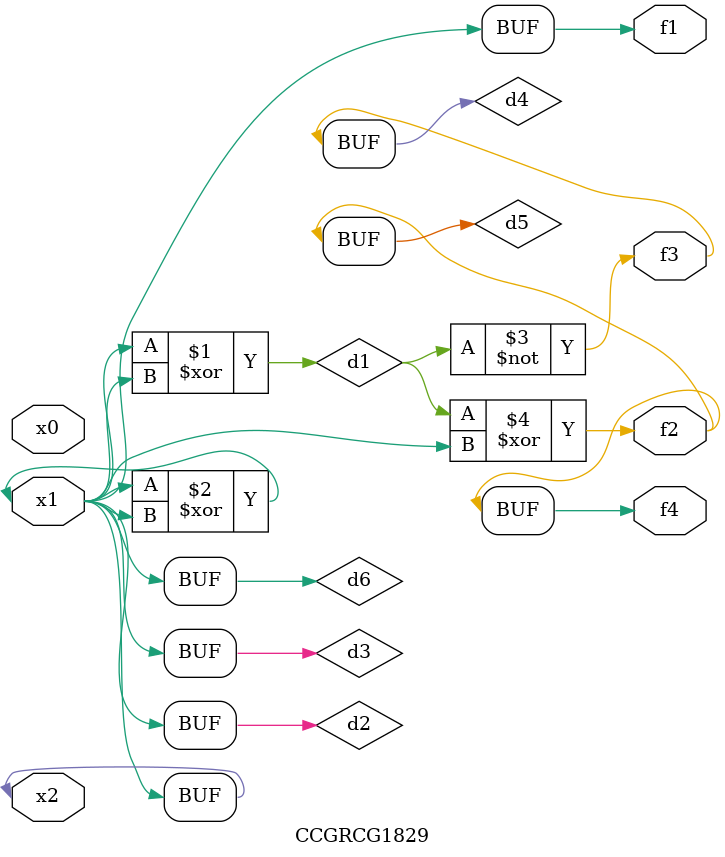
<source format=v>
module CCGRCG1829(
	input x0, x1, x2,
	output f1, f2, f3, f4
);

	wire d1, d2, d3, d4, d5, d6;

	xor (d1, x1, x2);
	buf (d2, x1, x2);
	xor (d3, x1, x2);
	nor (d4, d1);
	xor (d5, d1, d2);
	buf (d6, d2, d3);
	assign f1 = d6;
	assign f2 = d5;
	assign f3 = d4;
	assign f4 = d5;
endmodule

</source>
